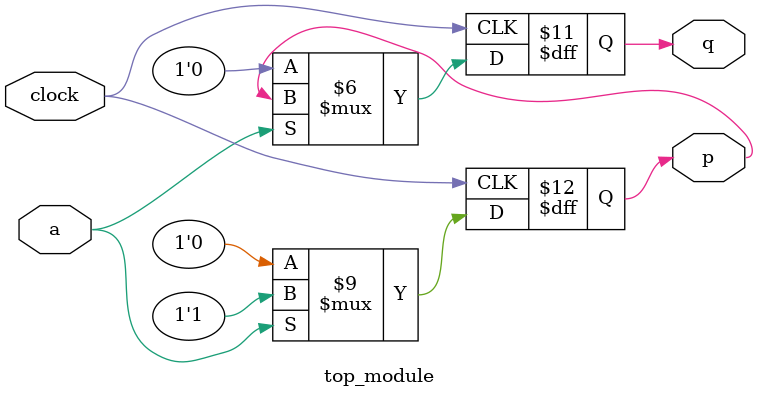
<source format=sv>
module top_module (
    input clock,
    input a, 
    output reg p,
    output reg q
);

    always @(posedge clock) begin
        if (!a) begin
            p <= 0;
        end else begin
            p <= 1;
        end
    end

    always @(posedge clock) begin
        if (!a) begin
            q <= 0;
        end else begin
            q <= p;
        end
    end

endmodule

</source>
